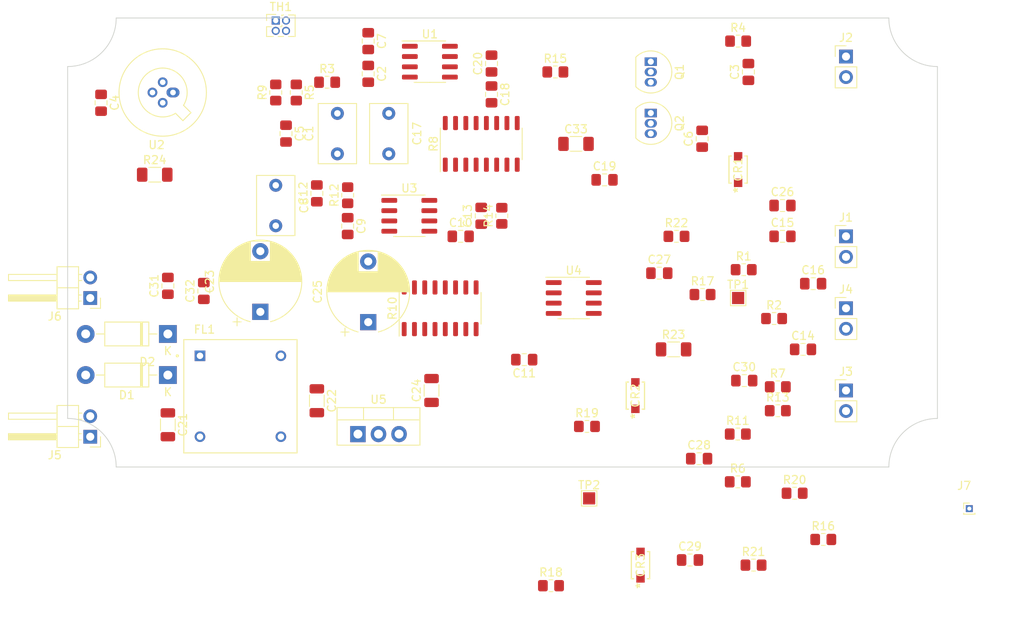
<source format=kicad_pcb>
(kicad_pcb (version 20240108) (generator "pcbnew") (generator_version "8.0")
  (layers (0 "F.Cu" signal) (1 "In1.Cu" mixed) (2 "In2.Cu" mixed) (31 "B.Cu" signal) (34 "B.Paste" user) (35 "F.Paste" user) (36 "B.SilkS" user "B.Silkscreen") (37 "F.SilkS" user "F.Silkscreen") (38 "B.Mask" user) (39 "F.Mask" user) (44 "Edge.Cuts" user))
  (net 0 "")
  (net 1 "Net-(U1A-+)")
  (net 2 "GND")
  (net 3 "Net-(Q1-B)")
  (net 4 "+15V")
  (net 5 "Net-(C5-Pad1)")
  (net 6 "Net-(J1-Pin_2)")
  (net 7 "Net-(C7-Pad1)")
  (net 8 "Net-(U1A--)")
  (net 9 "Net-(U3A-+)")
  (net 10 "Net-(U3B-+)")
  (net 11 "Net-(U4A-+)")
  (net 12 "Net-(C12-Pad2)")
  (net 13 "Net-(U3B--)")
  (net 14 "Net-(C13-Pad2)")
  (net 15 "Net-(J3-Pin_2)")
  (net 16 "Net-(U4B-+)")
  (net 17 "Net-(J4-Pin_2)")
  (net 18 "Net-(U1B-+)")
  (net 19 "Net-(U4B--)")
  (net 20 "Net-(C19-Pad2)")
  (net 21 "Net-(U1B--)")
  (net 22 "Net-(C20-Pad2)")
  (net 23 "Net-(D1-K)")
  (net 24 "Net-(J5-Pin_1)")
  (net 25 "Net-(U5-VI)")
  (net 26 "Net-(J7-Pin_1)")
  (net 27 "Net-(D1-A)")
  (net 28 "Net-(D2-A)")
  (net 29 "Net-(J2-Pin_2)")
  (net 30 "Net-(R1-Pad2)")
  (net 31 "Net-(J2-Pin_1)")
  (net 32 "Net-(R16-Pad1)")
  (net 36 "Net-(R8-Pad10)")
  (net 37 "Net-(R8-Pad12)")
  (net 39 "Net-(R10-Pad15)")
  (net 40 "Net-(R10-Pad4)")
  (net 41 "Net-(R10-Pad6)")
  (net 42 "Net-(R10-Pad10)")
  (net 43 "Net-(R10-Pad11)")
  (net 44 "GND1")
  (net 45 "Net-(Q1-E)")
  (net 46 "Net-(U3A--)")
  (net 47 "Net-(U4A--)")
  (footprint "Resistor_SMD:R_0805_2012Metric_Pad1.20x1.40mm_HandSolder" (layer "F.Cu") (at 98.47 54.18)
    (property "Reference" "R17" (at 0 -1.65 0) (layer "F.SilkS"))
    (property "Value" "0")
    (pad "1" smd roundrect (at -1 0) (size 1.2 1.4) (layers "F.Cu" "F.Paste" "F.Mask") (roundrect_rratio 0.208333) (net 20 "Net-(C19-Pad2)"))
    (pad "2" smd roundrect (at 1 0) (size 1.2 1.4) (layers "F.Cu" "F.Paste" "F.Mask") (roundrect_rratio 0.208333) (net 17 "Net-(J4-Pin_2)"))
  )
  (footprint "TVS:ZDO_TPSMF4L5.0A_LTF" (layer "F.Cu") (at 90.805 87.63 90)
    (property "Reference" "CR3" (at 0 0 90) (layer "F.SilkS"))
    (property "Value" "SZSMF4L8.5AT3G")
    (fp_text user "*" (at -2.54 0 90) (layer "F.SilkS"))
    (fp_text user "*" (at -2.54 0 90) (layer "F.SilkS"))
    (pad "1" smd rect (at -1.6383 0 90) (size 1.0414 1.0414) (layers "F.Cu" "F.Paste" "F.Mask") (net 17 "Net-(J4-Pin_2)"))
    (pad "2" smd rect (at 1.6383 0 90) (size 1.0414 1.0414) (layers "F.Cu" "F.Paste" "F.Mask") (net 44 "GND1"))
  )
  (footprint "Capacitor_SMD:C_0805_2012Metric_Pad1.18x1.45mm_HandSolder" (layer "F.Cu") (at 98.05 74.47)
    (property "Reference" "C28" (at 0 -1.68 0) (layer "F.SilkS"))
    (property "Value" "100n")
    (pad "1" smd roundrect (at -1.0375 0) (size 1.175 1.45) (layers "F.Cu" "F.Paste" "F.Mask") (roundrect_rratio 0.212766) (net 4 "+15V"))
    (pad "2" smd roundrect (at 1.0375 0) (size 1.175 1.45) (layers "F.Cu" "F.Paste" "F.Mask") (roundrect_rratio 0.212766) (net 44 "GND1"))
  )
  (footprint "Connector_PinHeader_2.54mm:PinHeader_1x02_P2.54mm_Vertical" (layer "F.Cu") (at 116.205 46.985)
    (property "Reference" "J1" (at 0 -2.33 0) (layer "F.SilkS"))
    (property "Value" "10V")
    (pad "1" thru_hole rect (at 0 0) (size 1.7 1.7) (drill 1) (layers "*.Cu" "*.Mask") (net 44 "GND1"))
    (pad "2" thru_hole oval (at 0 2.54) (size 1.7 1.7) (drill 1) (layers "*.Cu" "*.Mask") (net 6 "Net-(J1-Pin_2)"))
  )
  (footprint "Capacitor_SMD:C_1206_3216Metric" (layer "F.Cu") (at 32.385 70.28 -90)
    (property "Reference" "C21" (at 0 -1.85 90) (layer "F.SilkS"))
    (property "Value" "C")
    (pad "1" smd roundrect (at -1.475 0 270) (size 1.15 1.8) (layers "F.Cu" "F.Paste" "F.Mask") (roundrect_rratio 0.217391) (net 23 "Net-(D1-K)"))
    (pad "2" smd roundrect (at 1.475 0 270) (size 1.15 1.8) (layers "F.Cu" "F.Paste" "F.Mask") (roundrect_rratio 0.217391) (net 24 "Net-(J5-Pin_1)"))
  )
  (footprint "Capacitor_SMD:C_0805_2012Metric_Pad1.18x1.45mm_HandSolder" (layer "F.Cu") (at 72.39 29.4425 -90)
    (property "Reference" "C18" (at 0 -1.68 90) (layer "F.SilkS"))
    (property "Value" "10n")
    (pad "1" smd roundrect (at -1.0375 0 270) (size 1.175 1.45) (layers "F.Cu" "F.Paste" "F.Mask") (roundrect_rratio 0.212766) (net 18 "Net-(U1B-+)"))
    (pad "2" smd roundrect (at 1.0375 0 270) (size 1.175 1.45) (layers "F.Cu" "F.Paste" "F.Mask") (roundrect_rratio 0.212766) (net 44 "GND1"))
  )
  (footprint "Connector_PinHeader_2.54mm:PinHeader_1x02_P2.54mm_Vertical" (layer "F.Cu") (at 116.205 55.875)
    (property "Reference" "J4" (at 0 -2.33 0) (layer "F.SilkS"))
    (property "Value" "7V")
    (pad "1" thru_hole rect (at 0 0) (size 1.7 1.7) (drill 1) (layers "*.Cu" "*.Mask") (net 44 "GND1"))
    (pad "2" thru_hole oval (at 0 2.54) (size 1.7 1.7) (drill 1) (layers "*.Cu" "*.Mask") (net 17 "Net-(J4-Pin_2)"))
  )
  (footprint "Capacitor_SMD:C_0805_2012Metric_Pad1.18x1.45mm_HandSolder" (layer "F.Cu") (at 110.8925 60.96)
    (property "Reference" "C14" (at 0 -1.68 0) (layer "F.SilkS"))
    (property "Value" "22n")
    (pad "1" smd roundrect (at -1.0375 0) (size 1.175 1.45) (layers "F.Cu" "F.Paste" "F.Mask") (roundrect_rratio 0.212766) (net 15 "Net-(J3-Pin_2)"))
    (pad "2" smd roundrect (at 1.0375 0) (size 1.175 1.45) (layers "F.Cu" "F.Paste" "F.Mask") (roundrect_rratio 0.212766) (net 44 "GND1"))
  )
  (footprint "TestPoint:TestPoint_Pad_1.5x1.5mm" (layer "F.Cu") (at 102.87 54.61)
    (property "Reference" "TP1" (at 0 -1.648 0) (layer "F.SilkS"))
    (property "Value" "~")
    (pad "1" smd rect (at 0 0) (size 1.5 1.5) (layers "F.Cu" "F.Mask") (net 47 "Net-(U4A--)"))
  )
  (footprint "Package_TO_SOT_THT:TO-220-3_Vertical" (layer "F.Cu") (at 55.88 71.43)
    (property "Reference" "U5" (at 2.54 -4.27 0) (layer "F.SilkS"))
    (property "Value" "LM7815_TO220")
    (pad "1" thru_hole rect (at 0 0) (size 1.905 2) (drill 1.1) (layers "*.Cu" "*.Mask") (net 25 "Net-(U5-VI)"))
    (pad "2" thru_hole oval (at 2.54 0) (size 1.905 2) (drill 1.1) (layers "*.Cu" "*.Mask") (net 2 "GND"))
    (pad "3" thru_hole oval (at 5.08 0) (size 1.905 2) (drill 1.1) (layers "*.Cu" "*.Mask") (net 4 "+15V"))
  )
  (footprint "Resistor_SMD:R_0805_2012Metric_Pad1.20x1.40mm_HandSolder" (layer "F.Cu") (at 107.775 68.54)
    (property "Reference" "R13" (at 0 -1.65 0) (layer "F.SilkS"))
    (property "Value" "10")
    (pad "1" smd roundrect (at -1 0) (size 1.2 1.4) (layers "F.Cu" "F.Paste" "F.Mask") (roundrect_rratio 0.208333) (net 47 "Net-(U4A--)"))
    (pad "2" smd roundrect (at 1 0) (size 1.2 1.4) (layers "F.Cu" "F.Paste" "F.Mask") (roundrect_rratio 0.208333) (net 15 "Net-(J3-Pin_2)"))
  )
  (footprint "Capacitor_SMD:C_0805_2012Metric_Pad1.18x1.45mm_HandSolder" (layer "F.Cu") (at 76.4325 62.23 180)
    (property "Reference" "C11" (at 0 -1.68 0) (layer "F.SilkS"))
    (property "Value" "2n2")
    (pad "1" smd roundrect (at -1.0375 0 180) (size 1.175 1.45) (layers "F.Cu" "F.Paste" "F.Mask") (roundrect_rratio 0.212766) (net 11 "Net-(U4A-+)"))
    (pad "2" smd roundrect (at 1.0375 0 180) (size 1.175 1.45) (layers "F.Cu" "F.Paste" "F.Mask") (roundrect_rratio 0.212766) (net 44 "GND1"))
  )
  (footprint "Capacitor_SMD:C_0805_2012Metric_Pad1.18x1.45mm_HandSolder" (layer "F.Cu") (at 112.145 52.84)
    (property "Reference" "C16" (at 0 -1.68 0) (layer "F.SilkS"))
    (property "Value" "22n")
    (pad "1" smd roundrect (at -1.0375 0) (size 1.175 1.45) (layers "F.Cu" "F.Paste" "F.Mask") (roundrect_rratio 0.212766) (net 17 "Net-(J4-Pin_2)"))
    (pad "2" smd roundrect (at 1.0375 0) (size 1.175 1.45) (layers "F.Cu" "F.Paste" "F.Mask") (roundrect_rratio 0.212766) (net 44 "GND1"))
  )
  (footprint "Package_TO_SOT_THT:Analog_TO-46-4_ThermalShield" (layer "F.Cu") (at 33.02 29.21 180)
    (property "Reference" "U2" (at 2.032 -6.477 0) (layer "F.SilkS"))
    (property "Value" "LM399")
    (pad "1" thru_hole oval (at 0 0 180) (size 1.6 1.2) (drill 0.7) (layers "*.Cu" "*.Mask") (net 30 "Net-(R1-Pad2)"))
    (pad "2" thru_hole circle (at 1.27 1.27 180) (size 1.2 1.2) (drill 0.7) (layers "*.Cu" "*.Mask") (net 44 "GND1"))
    (pad "3" thru_hole circle (at 2.54 0 180) (size 1.2 1.2) (drill 0.7) (layers "*.Cu" "*.Mask") (net 4 "+15V"))
    (pad "4" thru_hole circle (at 1.27 -1.27 180) (size 1.2 1.2) (drill 0.7) (layers "*.Cu" "*.Mask") (net 2 "GND"))
  )
  (footprint "Resistor_SMD:R_0805_2012Metric_Pad1.20x1.40mm_HandSolder" (layer "F.Cu") (at 102.87 22.86)
    (property "Reference" "R4" (at 0 -1.65 0) (layer "F.SilkS"))
    (property "Value" "1k")
    (pad "1" smd roundrect (at -1 0) (size 1.2 1.4) (layers "F.Cu" "F.Paste" "F.Mask") (roundrect_rratio 0.208333) (net 7 "Net-(C7-Pad1)"))
    (pad "2" smd roundrect (at 1 0) (size 1.2 1.4) (layers "F.Cu" "F.Paste" "F.Mask") (roundrect_rratio 0.208333) (net 3 "Net-(Q1-B)"))
  )
  (footprint "Capacitor_SMD:C_0805_2012Metric_Pad1.18x1.45mm_HandSolder" (layer "F.Cu") (at 32.385 53.1075 90)
    (property "Reference" "C31" (at 0 -1.68 90) (layer "F.SilkS"))
    (property "Value" "220")
    (pad "1" smd roundrect (at -1.0375 0 90) (size 1.175 1.45) (layers "F.Cu" "F.Paste" "F.Mask") (roundrect_rratio 0.212766) (net 25 "Net-(U5-VI)"))
    (pad "2" smd roundrect (at 1.0375 0 90) (size 1.175 1.45) (layers "F.Cu" "F.Paste" "F.Mask") (roundrect_rratio 0.212766) (net 26 "Net-(J7-Pin_1)"))
  )
  (footprint "Resistor_SMD:R_1206_3216Metric_Pad1.30x1.75mm_HandSolder" (layer "F.Cu") (at 30.76 39.37)
    (property "Reference" "R24" (at 0 -1.82 0) (layer "F.SilkS"))
    (property "Value" "0")
    (pad "1" smd roundrect (at -1.55 0) (size 1.3 1.75) (layers "F.Cu" "F.Paste" "F.Mask") (roundrect_rratio 0.192308) (net 44 "GND1"))
    (pad "2" smd roundrect (at 1.55 0) (size 1.3 1.75) (layers "F.Cu" "F.Paste" "F.Mask") (roundrect_rratio 0.192308) (net 2 "GND"))
  )
  (footprint "Capacitor_SMD:C_1206_3216Metric" (layer "F.Cu") (at 64.975 66.04 90)
    (property "Reference" "C24" (at 0 -1.85 90) (layer "F.SilkS"))
    (property "Value" "C")
    (pad "1" smd roundrect (at -1.475 0 90) (size 1.15 1.8) (layers "F.Cu" "F.Paste" "F.Mask") (roundrect_rratio 0.217391) (net 4 "+15V"))
    (pad "2" smd roundrect (at 1.475 0 90) (size 1.15 1.8) (layers "F.Cu" "F.Paste" "F.Mask") (roundrect_rratio 0.217391) (net 2 "GND"))
  )
  (footprint "Resistor_SMD:R_0805_2012Metric_Pad1.20x1.40mm_HandSolder" (layer "F.Cu") (at 52.07 27.94)
    (property "Reference" "R3" (at 0 -1.65 0) (layer "F.SilkS"))
    (property "Value" "3k3")
    (pad "1" smd roundrect (at -1 0) (size 1.2 1.4) (layers "F.Cu" "F.Paste" "F.Mask") (roundrect_rratio 0.208333) (net 30 "Net-(R1-Pad2)"))
    (pad "2" smd roundrect (at 1 0) (size 1.2 1.4) (layers "F.Cu" "F.Paste" "F.Mask") (roundrect_rratio 0.208333) (net 1 "Net-(U1A-+)"))
  )
  (footprint "Package_SO:SOIC-8_3.9x4.9mm_P1.27mm" (layer "F.Cu") (at 82.55 54.61)
    (property "Reference" "U4" (at 0 -3.4 0) (layer "F.SilkS"))
    (property "Value" "OPA2209xD")
    (pad "1" smd roundrect (at -2.475 -1.905) (size 1.95 0.6) (layers "F.Cu" "F.Paste" "F.Mask") (net 47 "Net-(U4A--)"))
    (pad "2" smd roundrect (at -2.475 -0.635) (size 1.95 0.6) (layers "F.Cu" "F.Paste" "F.Mask") (net 47 "Net-(U4A--)"))
    (pad "3" smd roundrect (at -2.475 0.635) (size 1.95 0.6) (layers "F.Cu" "F.Paste" "F.Mask") (net 11 "Net-(U4A-+)"))
    (pad "4" smd roundrect (at -2.475 1.905) (size 1.95 0.6) (layers "F.Cu" "F.Paste" "F.Mask") (net 44 "GND1"))
    (pad "5" smd roundrect (at 2.475 1.905) (size 1.95 0.6) (layers "F.Cu" "F.Paste" "F.Mask") (net 16 "Net-(U4B-+)"))
    (pad "6" smd roundrect (at 2.475 0.635) (size 1.95 0.6) (layers "F.Cu" "F.Paste" "F.Mask") (net 19 "Net-(U4B--)"))
    (pad "7" smd roundrect (at 2.475 -0.635) (size 1.95 0.6) (layers "F.Cu" "F.Paste" "F.Mask") (net 32 "Net-(R16-Pad1)"))
    (pad "8" smd roundrect (at 2.475 -1.905) (size 1.95 0.6) (layers "F.Cu" "F.Paste" "F.Mask") (net 4 "+15V"))
  )
  (footprint "Connector_PinHeader_1.27mm:PinHeader_2x02_P1.27mm_Vertical" (layer "F.Cu") (at 45.72 20.32)
    (property "Reference" "TH1" (at 0.635 -1.695 0) (layer "F.SilkS"))
    (property "Value" "PT1000")
    (pad "1" thru_hole rect (at 0 0) (size 1 1) (drill 0.65) (layers "*.Cu" "*.Mask") (net 29 "Net-(J2-Pin_2)"))
    (pad "2" thru_hole oval (at 1.27 0) (size 1 1) (drill 0.65) (layers "*.Cu" "*.Mask") (net 29 "Net-(J2-Pin_2)"))
    (pad "3" thru_hole oval (at 0 1.27) (size 1 1) (drill 0.65) (layers "*.Cu" "*.Mask") (net 31 "Net-(J2-Pin_1)"))
    (pad "4" thru_hole oval (at 1.27 1.27) (size 1 1) (drill 0.65) (layers "*.Cu" "*.Mask") (net 31 "Net-(J2-Pin_1)"))
  )
  (footprint "Resistor_SMD:R_0805_2012Metric_Pad1.20x1.40mm_HandSolder" (layer "F.Cu") (at 73.66 44.45 90)
    (property "Reference" "R14" (at 0 -1.65 90) (layer "F.SilkS"))
    (property "Value" "22k")
    (pad "1" smd roundrect (at -1 0 90) (size 1.2 1.4) (layers "F.Cu" "F.Paste" "F.Mask") (roundrect_rratio 0.208333) (net 13 "Net-(U3B--)"))
    (pad "2" smd roundrect (at 1 0 90) (size 1.2 1.4) (layers "F.Cu" "F.Paste" "F.Mask") (roundrect_rratio 0.208333) (net 47 "Net-(U4A--)"))
  )
  (footprint "Capacitor_SMD:C_0805_2012Metric_Pad1.18x1.45mm_HandSolder" (layer "F.Cu") (at 96.9225 86.995)
    (property "Reference" "C29" (at 0 -1.68 0) (layer "F.SilkS"))
    (property "Value" "100n")
    (pad "1" smd roundrect (at -1.0375 0) (size 1.175 1.45) (layers "F.Cu" "F.Paste" "F.Mask") (roundrect_rratio 0.212766) (net 4 "+15V"))
    (pad "2" smd roundrect (at 1.0375 0) (size 1.175 1.45) (layers "F.Cu" "F.Paste" "F.Mask") (roundrect_rratio 0.212766) (net 44 "GND1"))
  )
  (footprint "Resistor_SMD:R_0805_2012Metric_Pad1.20x1.40mm_HandSolder" (layer "F.Cu") (at 103.56 51.11)
    (property "Reference" "R1" (at 0 -1.65 0) (layer "F.SilkS"))
    (property "Value" "100K")
    (pad "1" smd roundrect (at -1 0) (size 1.2 1.4) (layers "F.Cu" "F.Paste" "F.Mask") (roundrect_rratio 0.208333) (net 4 "+15V"))
    (pad "2" smd roundrect (at 1 0) (size 1.2 1.4) (layers "F.Cu" "F.Paste" "F.Mask") (roundrect_rratio 0.208333) (net 30 "Net-(R1-Pad2)"))
  )
  (footprint "Resistor_SMD:R_0805_2012Metric_Pad1.20x1.40mm_HandSolder" (layer "F.Cu") (at 102.83 77.33)
    (property "Reference" "R6" (at 0 -1.65 0) (layer "F.SilkS"))
    (property "Value" "22")
    (pad "1" smd roundrect (at -1 0) (size 1.2 1.4) (layers "F.Cu" "F.Paste" "F.Mask") (roundrect_rratio 0.208333) (net 45 "Net-(Q1-E)"))
    (pad "2" smd roundrect (at 1 0) (size 1.2 1.4) (layers "F.Cu" "F.Paste" "F.Mask") (roundrect_rratio 0.208333) (net 6 "Net-(J1-Pin_2)"))
  )
  (footprint "Capacitor_THT:CP_Radial_D10.0mm_P7.50mm" (layer "F.Cu") (at 43.815 56.322677 90)
    (property "Reference" "C23" (at 3.75 -6.25 90) (layer "F.SilkS"))
    (property "Value" "220.0")
    (pad "1" thru_hole rect (at 0 0 90) (size 2 2) (drill 1) (layers "*.Cu" "*.Mask") (net 25 "Net-(U5-VI)"))
    (pad "2" thru_hole circle (at 7.5 0 90) (size 2 2) (drill 1) (layers "*.Cu" "*.Mask") (net 2 "GND"))
  )
  (footprint "Package_SO:SOIC-8_3.9x4.9mm_P1.27mm" (layer "F.Cu") (at 62.23 44.45)
    (property "Reference" "U3" (at 0 -3.4 0) (layer "F.SilkS"))
    (property "Value" "OPA2186xD")
    (pad "1" smd roundrect (at -2.475 -1.905) (size 1.95 0.6) (layers "F.Cu" "F.Paste" "F.Mask") (net 12 "Net-(C12-Pad2)"))
    (pad "2" smd roundrect (at -2.475 -0.635) (size 1.95 0.6) (layers "F.Cu" "F.Paste" "F.Mask") (net 46 "Net-(U3A--)"))
    (pad "3" smd roundrect (at -2.475 0.635) (size 1.95 0.6) (layers "F.Cu" "F.Paste" "F.Mask") (net 9 "Net-(U3A-+)"))
    (pad "4" smd roundrect (at -2.475 1.905) (size 1.95 0.6) (layers "F.Cu" "F.Paste" "F.Mask") (net 44 "GND1"))
    (pad "5" smd roundrect (at 2.475 1.905) (size 1.95 0.6) (layers "F.Cu" "F.Paste" "F.Mask") (net 10 "Net-(U3B-+)"))
    (pad "6" smd roundrect (at 2.475 0.635) (size 1.95 0.6) (layers "F.Cu" "F.Paste" "F.Mask") (net 13 "Net-(U3B--)"))
    (pad "7" smd roundrect (at 2.475 -0.635) (size 1.95 0.6) (layers "F.Cu" "F.Paste" "F.Mask") (net 14 "Net-(C13-Pad2)"))
    (pad "8" smd roundrect (at 2.475 -1.905) (size 1.95 0.6) (layers "F.Cu" "F.Paste" "F.Mask") (net 4 "+15V"))
  )
  (footprint "Resistor_SMD:R_0805_2012Metric_Pad1.20x1.40mm_HandSolder" (layer "F.Cu") (at 80.28 26.67)
    (property "Reference" "R15" (at 0 -1.65 0) (layer "F.SilkS"))
    (property "Value" "1k")
    (pad "1" smd roundrect (at -1 0) (size 1.2 1.4) (layers "F.Cu" "F.Paste" "F.Mask") (roundrect_rratio 0.208333) (net 22 "Net-(C20-Pad2)"))
    (pad "2" smd roundrect (at 1 0) (size 1.2 1.4) (layers "F.Cu" "F.Paste" "F.Mask") (roundrect_rratio 0.208333) (net 16 "Net-(U4B-+)"))
  )
  (footprint "Connector_PinHeader_2.54mm:PinHeader_1x02_P2.54mm_Horizontal" (layer "F.Cu") (at 22.79 54.615 180)
    (property "Reference" "J6" (at 4.385 -2.27 0) (layer "F.SilkS"))
    (property "Value" "Conn_01x02_Male")
    (pad "1" thru_hole rect (at 0 0 180) (size 1.7 1.7) (drill 1) (layers "*.Cu" "*.Mask") (net 24 "Net-(J5-Pin_1)"))
    (pad "2" thru_hole oval (at 0 2.54 180) (size 1.7 1.7) (drill 1) (layers "*.Cu" "*.Mask") (net 28 "Net-(D2-A)"))
  )
  (footprint "Resistor_SMD:R_0805_2012Metric_Pad1.20x1.40mm_HandSolder" (layer "F.Cu") (at 102.83 71.43)
    (property "Reference" "R11" (at 0 -1.65 0) (layer "F.SilkS"))
    (property "Value" "470")
    (pad "1" smd roundrect (at -1 0) (size 1.2 1.4) (layers "F.Cu" "F.Paste" "F.Mask") (roundrect_rratio 0.208333) (net 14 "Net-(C13-Pad2)"))
    (pad "2" smd roundrect (at 1 0) (size 1.2 1.4) (layers "F.Cu" "F.Paste" "F.Mask") (roundrect_rratio 0.208333) (net 11 "Net-(U4A-+)"))
  )
  (footprint "Capacitor_THT:CP_Radial_D10.0mm_P7.50mm" (layer "F.Cu") (at 57.15 57.592677 90)
    (property "Reference" "C25" (at 3.75 -6.25 90) (layer "F.SilkS"))
    (property "Value" "C")
    (pad "1" thru_hole rect (at 0 0 90) (size 2 2) (drill 1) (layers "*.Cu" "*.Mask") (net 4 "+15V"))
    (pad "2" thru_hole circle (at 7.5 0 90) (size 2 2) (drill 1) (layers "*.Cu" "*.Mask") (net 2 "GND"))
  )
  (footprint "Resistor_SMD:R_0805_2012Metric_Pad1.20x1.40mm_HandSolder" (layer "F.Cu") (at 48.26 29.21 -90)
    (property "Reference" "R5" (at 0 -1.65 90) (layer "F.SilkS"))
    (property "Value" "3")
    (pad "1" smd roundrect (at -1 0 270) (size 1.2 1.4) (layers "F.Cu" "F.Paste" "F.Mask") (roundrect_rratio 0.208333) (net 30 "Net-(R1-Pad2)"))
    (pad "2" smd roundrect (at 1 0 270) (size 1.2 1.4) (layers "F.Cu" "F.Paste" "F.Mask") (roundrect_rratio 0.208333) (net 5 "Net-(C5-Pad1)"))
  )
  (footprint "Capacitor_SMD:C_0805_2012Metric_Pad1.18x1.45mm_HandSolder" (layer "F.Cu") (at 57.15 26.9025 -90)
    (property "Reference" "C2" (at 0 -1.68 90) (layer "F.SilkS"))
    (property "Value" "10n")
    (pad "1" smd roundrect (at -1.0375 0 270) (size 1.175 1.45) (layers "F.Cu" "F.Paste" "F.Mask") (roundrect_rratio 0.212766) (net 1 "Net-(U1A-+)"))
    (pad "2" smd roundrect (at 1.0375 0 270) (size 1.175 1.45) (layers "F.Cu" "F.Paste" "F.Mask") (roundrect_rratio 0.212766) (net 44 "GND1"))
  )
  (footprint "Capacitor_SMD:C_0805_2012Metric_Pad1.18x1.45mm_HandSolder" (layer "F.Cu") (at 57.15 22.86 -90)
    (property "Reference" "C7" (at 0 -1.68 90) (layer "F.SilkS"))
    (property "Value" "10n")
    (pad "1" smd roundrect (at -1.0375 0 270) (size 1.175 1.45) (layers "F.Cu" "F.Paste" "F.Mask") (roundrect_rratio 0.212766) (net 7 "Net-(C7-Pad1)"))
    (pad "2" smd roundrect (at 1.0375 0 270) (size 1.175 1.45) (layers "F.Cu" "F.Paste" "F.Mask") (roundrect_rratio 0.212766) (net 8 "Net-(U1A--)"))
  )
  (footprint "Capacitor_THT:C_Rect_L7.2mm_W4.5mm_P5.00mm_FKS2_FKP2_MKS2_MKP2" (layer "F.Cu") (at 53.34 36.79 90)
    (property "Reference" "C1" (at 2.5 -3.5 90) (layer "F.SilkS"))
    (property "Value" "1.0")
    (pad "1" thru_hole circle (at 0 0 90) (size 1.6 1.6) (drill 0.8) (layers "*.Cu" "*.Mask") (net 44 "GND1"))
    (pad "2" thru_hole circle (at 5 0 90) (size 1.6 1.6) (drill 0.8) (layers "*.Cu" "*.Mask") (net 1 "Net-(U1A-+)"))
  )
  (footprint "Resistor_SMD:R_0805_2012Metric_Pad1.20x1.40mm_HandSolder" (layer "F.Cu") (at 109.855 78.74)
    (property "Reference" "R20" (at 0 -1.65 0) (layer "F.SilkS"))
    (property "Value" "10k")
    (pad "1" smd roundrect (at -1 0) (size 1.2 1.4) (layers "F.Cu" "F.Paste" "F.Mask") (roundrect_rratio 0.208333) (net 19 "Net-(U4B--)"))
    (pad "2" smd roundrect (at 1 0) (size 1.2 1.4) (layers "F.Cu" "F.Paste" "F.Mask") (roundrect_rratio 0.208333) (net 20 "Net-(C19-Pad2)"))
  )
  (footprint "Capacitor_SMD:C_0805_2012Metric_Pad1.18x1.45mm_HandSolder" (layer "F.Cu") (at 36.83 53.7425 90)
    (property "Reference" "C32" (at 0 -1.68 90) (layer "F.SilkS"))
    (property "Value" "220")
    (pad "1" smd roundrect (at -1.0375 0 90) (size 1.175 1.45) (layers "F.Cu" "F.Paste" "F.Mask") (roundrect_rratio 0.212766) (net 2 "GND"))
    (pad "2" smd roundrect (at 1.0375 0 90) (size 1.175 1.45) (layers "F.Cu" "F.Paste" "F.Mask") (roundrect_rratio 0.212766) (net 26 "Net-(J7-Pin_1)"))
  )
  (footprint "Resistor_SMD:R_0805_2012Metric_Pad1.20x1.40mm_HandSolder" (layer "F.Cu") (at 107.775 65.59)
    (property "Reference" "R7" (at 0 -1.65 0) (layer "F.SilkS"))
    (property "Value" "22k")
    (pad "1" smd roundrect (at -1 0) (size 1.2 1.4) (layers "F.Cu" "F.Paste" "F.Mask") (roundrect_rratio 0.208333) (net 6 "Net-(J1-Pin_2)"))
    (pad "2" smd roundrect (at 1 0) (size 1.2 1.4) (layers "F.Cu" "F.Paste" "F.Mask") (roundrect_rratio 0.208333) (net 44 "GND1"))
  )
  (footprint "Capacitor_SMD:C_1206_3216Metric" (layer "F.Cu") (at 50.8 67.31 -90)
    (property "Reference" "C22" (at 0 -1.85 90) (layer "F.SilkS"))
    (property "Value" "C")
    (pad "1" smd roundrect (at -1.475 0 270) (size 1.15 1.8) (layers "F.Cu" "F.Paste" "F.Mask") (roundrect_rratio 0.217391) (net 25 "Net-(U5-VI)"))
    (pad "2" smd roundrect (at 1.475 0 270) (size 1.15 1.8) (layers "F.Cu" "F.Paste" "F.Mask") (roundrect_rratio 0.217391) (net 2 "GND"))
  )
  (footprint "Resistor_SMD:R_0805_2012Metric_Pad1.20x1.40mm_HandSolder" (layer "F.Cu") (at 79.74 90.17)
    (property "Reference" "R18" (at 0 -1.65 0) (layer "F.SilkS"))
    (property "Value" "3k3")
    (pad "1" smd roundrect (at -1 0) (size 1.2 1.4) (layers "F.Cu" "F.Paste" "F.Mask") (roundrect_rratio 0.208333) (net 30 "Net-(R1-Pad2)"))
    (pad "2" smd roundrect (at 1 0) (size 1.2 1.4) (layers "F.Cu" "F.Paste" "F.Mask") (roundrect_rratio 0.208333) (net 18 "Net-(U1B-+)"))
  )
  (footprint "Capacitor_SMD:C_0805_2012Metric_Pad1.18x1.45mm_HandSolder" (layer "F.Cu") (at 71.12 44.45 90)
    (property "Reference" "C13" (at 0 -1.68 90) (layer "F.SilkS"))
    (property "Value" "10n")
    (pad "1" smd roundrect (at -1.0375 0 90) (size 1.175 1.45) (layers "F.Cu" "F.Paste" "F.Mask") (roundrect_rratio 0.212766) (net 13 "Net-(U3B--)"))
    (pad "2" smd roundrect (at 1.0375 0 90) (size 1.175 1.45) (layers "F.Cu" "F.Paste" "F.Mask") (roundrect_rratio 0.212766) (net 14 "Net-(C13-Pad2)"))
  )
  (footprint "Capacitor_SMD:C_0805_2012Metric_Pad1.18x1.45mm_HandSolder" (layer "F.Cu") (at 108.3525 43.18)
    (property "Reference" "C26" (at 0 -1.68 0) (layer "F.SilkS"))
    (property "Value" "100n")
    (pad "1" smd roundrect (at -1.0375 0) (size 1.175 1.45) (layers "F.Cu" "F.Paste" "F.Mask") (roundrect_rratio 0.212766) (net 4 "+15V"))
    (pad "2" smd roundrect (at 1.0375 0) (size 1.175 1.45) (layers "F.Cu" "F.Paste" "F.Mask") (roundrect_rratio 0.212766) (net 44 "GND1"))
  )
  (footprint "TVS:ZDO_TPSMF4L5.0A_LTF" (layer "F.Cu") (at 102.87 38.735 90)
    (property "Reference" "CR1" (at 0 0 90) (layer "F.SilkS"))
    (property "Value" "SZSMF4L12AT3G")
    (fp_text user "*" (at -2.54 0 90) (layer "F.SilkS"))
    (fp_text user "*" (at -2.54 0 90) (layer "F.SilkS"))
    (pad "1" smd rect (at -1.6383 0 90) (size 1.0414 1.0414) (layers "F.Cu" "F.Paste" "F.Mask") (net 6 "Net-(J1-Pin_2)"))
    (pad "2" smd rect (at 1.6383 0 90) (size 1.0414 1.0414) (layers "F.Cu" "F.Paste" "F.Mask") (net 44 "GND1"))
  )
  (footprint "Capacitor_SMD:C_0805_2012Metric_Pad1.18x1.45mm_HandSolder" (layer "F.Cu") (at 72.39 25.6325 90)
    (property "Reference" "C20" (at 0 -1.68 90) (layer "F.SilkS"))
    (property "Value" "22n")
    (pad "1" smd roundrect (at -1.0375 0 90) (size 1.175 1.45) (layers "F.Cu" "F.Paste" "F.Mask") (roundrect_rratio 0.212766) (net 21 "Net-(U1B--)"))
    (pad "2" smd roundrect (at 1.0375 0 90) (size 1.175 1.45) (layers "F.Cu" "F.Paste" "F.Mask") (roundrect_rratio 0.212766) (net 22 "Net-(C20-Pad2)"))
  )
  (footprint "Capacitor_SMD:C_0805_2012Metric_Pad1.18x1.45mm_HandSolder" (layer "F.Cu") (at 46.99 34.29 -90)
    (property "Reference" "C5" (at 0 -1.68 90) (layer "F.SilkS"))
    (property "Value" "220n")
    (pad "1" smd roundrect (at -1.0375 0 270) (size 1.175 1.45) (layers "F.Cu" "F.Paste" "F.Mask") (roundrect_rratio 0.212766) (net 5 "Net-(C5-Pad1)"))
    (pad "2" smd roundrect (at 1.0375 0 270) (size 1.175 1.45) (layers "F.Cu" "F.Paste" "F.Mask") (roundrect_rratio 0.212766) (net 44 "GND1"))
  )
  (footprint "Package_TO_SOT_THT:TO-92_Inline" (layer "F.Cu") (at 92.075 25.4 -90)
    (property "Reference" "Q1" (at 1.27 -3.56 90) (layer "F.SilkS"))
    (property "Value" "BC547")
    (pad "1" thru_hole rect (at 0 0 270) (size 1.05 1.5) (drill 0.75) (layers "*.Cu" "*.Mask") (net 4 "+15V"))
    (pad "2" thru_hole oval (at 1.27 0 270) (size 1.05 1.5) (drill 0.75) (layers "*.Cu" "*.Mask") (net 3 "Net-(Q1-B)"))
    (pad "3" thru_hole oval (at 2.54 0 270) (size 1.05 1.5) (drill 0.75) (layers "*.Cu" "*.Mask") (net 45 "Net-(Q1-E)"))
  )
  (footprint "RN102_2_02_1M1:FIL_RN102-2-02-1M1" (layer "F.Cu") (at 41.355 66.755)
    (property "Reference" "FL1" (at -4.445 -8.255 0) (layer "F.SilkS"))
    (property "Value" "Filter_EMI_CommonMode")
    (pad "1" thru_hole rect (at -5 -5) (size 1.308 1.308) (drill 0.8) (layers "*.Cu" "*.Mask") (net 23 "Net-(D1-K)"))
    (pad "2" thru_hole circle (at 5 -5) (size 1.308 1.308) (drill 0.8) (layers "*.Cu" "*.Mask") (net 25 "Net-(U5-VI)"))
    (pad "3" thru_hole circle (at -5 5) (size 1.308 1.308) (drill 0.8) (layers "*.Cu" "*.Mask") (net 24 "Net-(J5-Pin_1)"))
    (pad "4" thru_hole circle (at 5 5) (size 1.308 1.308) (drill 0.8) (layers "*.Cu" "*.Mask") (net 2 "GND"))
  )
  (footprint "Capacitor_THT:C_Rect_L7.2mm_W4.5mm_P5.00mm_FKS2_FKP2_MKS2_MKP2" (layer "F.Cu") (at 45.72 40.68 -90)
    (property "Reference" "C8" (at 2.5 -3.5 90) (layer "F.SilkS"))
    (property "Value" "1.0")
    (pad "1" thru_hole circle (at 0 0 270) (size 1.6 1.6) (drill 0.8) (layers "*.Cu" "*.Mask") (net 9 "Net-(U3A-+)"))
    (pad "2" thru_hole circle (at 5 0 270) (size 1.6 1.6) (drill 0.8) (layers "*.Cu" "*.Mask") (net 44 "GND1"))
  )
  (footprint "Capacitor_THT:C_Rect_L7.2mm_W4.5mm_P5.00mm_FKS2_FKP2_MKS2_MKP2" (layer "F.Cu") (at 59.69 31.79 -90)
    (property "Reference" "C17" (at 2.5 -3.5 90) (layer "F.SilkS"))
    (property "Value" "1.0")
    (pad "1" thru_hole circle (at 0 0 270) (size 1.6 1.6) (drill 0.8) (layers "*.Cu" "*.Mask") (net 44 "GND1"))
    (pad "2" thru_hole circle (at 5 0 270) (size 1.6 1.6) (drill 0.8) (layers "*.Cu" "*.Mask") (net 18 "Net-(U1B-+)"))
  )
  (footprint "Capacitor_SMD:C_0805_2012Metric_Pad1.18x1.45mm_HandSolder" (layer "F.Cu") (at 104.14 26.67 90)
    (property "Reference" "C3" (at 0 -1.68 90) (layer "F.SilkS"))
    (property "Value" "2n2")
    (pad "1" smd roundrect (at -1.0375 0 90) (size 1.175 1.45) (layers "F.Cu" "F.Paste" "F.Mask") (roundrect_rratio 0.212766) (net 3 "Net-(Q1-B)"))
    (pad "2" smd roundrect (at 1.0375 0 90) (size 1.175 1.45) (layers "F.Cu" "F.Paste" "F.Mask") (roundrect_rratio 0.212766) (net 44 "GND1"))
  )
  (footprint "Resistor_SMD:R_0805_2012Metric_Pad1.20x1.40mm_HandSolder" (layer "F.Cu") (at 107.315 57.15)
    (property "Reference" "R2" (at 0 -1.65 0) (layer "F.SilkS"))
    (property "Value" "2k7")
    (pad "1" smd roundrect (at -1 0) (size 1.2 1.4) (layers "F.Cu" "F.Paste" "F.Mask") (roundrect_rratio 0.208333) (net 30 "Net-(R1-Pad2)"))
    (pad "2" smd roundrect (at 1 0) (size 1.2 1.4) (layers "F.Cu" "F.Paste" "F.Mask") (roundrect_rratio 0.208333) (net 6 "Net-(J1-Pin_2)"))
  )
  (footprint "Capacitor_SMD:C_0805_2012Metric_Pad1.18x1.45mm_HandSolder" (layer "F.Cu") (at 50.8 41.6775 90)
    (property "Reference" "C12" (at 0 -1.68 90) (layer "F.SilkS"))
    (property "Value" "100")
    (pad "1" smd roundrect (at -1.0375 0 90) (size 1.175 1.45) (layers "F.Cu" "F.Paste" "F.Mask") (roundrect_rratio 0.212766) (net 44 "GND1"))
    (pad "2" smd roundrect (at 1.0375 0 90) (size 1.175 1.45) (layers "F.Cu" "F.Paste" "F.Mask") (roundrect_rratio 0.212766) (net 12 "Net-(C12-Pad2)"))
  )
  (footprint "Resistor_SMD:R_0805_2012Metric_Pad1.20x1.40mm_HandSolder" (layer "F.Cu") (at 113.395 84.455)
    (property "Reference" "R16" (at 0 -1.65 0) (layer "F.SilkS"))
    (property "Value" "10")
    (pad "1" smd roundrect (at -1 0) (size 1.2 1.4) (layers "F.Cu" "F.Paste" "F.Mask") (roundrect_rratio 0.208333) (net 32 "Net-(R16-Pad1)"))
    (pad "2" smd roundrect (at 1 0) (size 1.2 1.4) (layers "F.Cu" "F.Paste" "F.Mask") (roundrect_rratio 0.208333) (net 20 "Net-(C19-Pad2)"))
  )
  (footprint "TVS:ZDO_TPSMF4L5.0A_LTF" (layer "F.Cu") (at 90.17 66.675 90)
    (property "Reference" "CR2" (at 0 0 90) (layer "F.SilkS"))
    (property "Value" "SZSMF4L6.5AT3G")
    (fp_text user "*" (at -2.54 0 90) (layer "F.SilkS"))
    (fp_text user "*" (at -2.54 0 90) (layer "F.SilkS"))
    (pad "1" smd rect (at -1.6383 0 90) (size 1.0414 1.0414) (layers "F.Cu" "F.Paste" "F.Mask") (net 15 "Net-(J3-Pin_2)"))
    (pad "2" smd rect (at 1.6383 0 90) (size 1.0414 1.0414) (layers "F.Cu" "F.Paste" "F.Mask") (net 44 "GND1"))
  )
  (footprint "TestPoint:TestPoint_Pad_1.5x1.5mm" (layer "F.Cu") (at 84.455 79.375)
    (property "Reference" "TP2" (at 0 -1.648 0) (layer "F.SilkS"))
    (property "Value" "~")
    (pad "1" smd rect (at 0 0) (size 1.5 1.5) (layers "F.Cu" "F.Mask") (net 20 "Net-(C19-Pad2)"))
  )
  (footprint "Resistor_SMD:R_0805_2012Metric_Pad1.20x1.40mm_HandSolder" (layer "F.Cu") (at 45.72 29.21 90)
    (property "Reference" "R9" (at 0 -1.65 90) (layer "F.SilkS"))
    (property "Value" "10k")
    (pad "1" smd roundrect (at -1 0 90) (size 1.2 1.4) (layers "F.Cu" "F.Paste" "F.Mask") (roundrect_rratio 0.208333) (net 30 "Net-(R1-Pad2)"))
    (pad "2" smd roundrect (at 1 0 90) (size 1.2 1.4) (layers "F.Cu" "F.Paste" "F.Mask") (roundrect_rratio 0.208333) (net 9 "Net-(U3A-+)"))
  )
  (footprint "Resistor_SMD:R_0805_2012Metric_Pad1.20x1.40mm_HandSolder" (layer "F.Cu") (at 104.775 87.63)
    (property "Reference" "R21" (at 0 -1.65 0) (layer "F.SilkS"))
    (property "Value" "22k")
    (pad "1" smd roundrect (at -1 0) (size 1.2 1.4) (layers "F.Cu" "F.Paste" "F.Mask") (roundrect_rratio 0.208333) (net 19 "Net-(U4B--)"))
    (pad "2" smd roundrect (at 1 0) (size 1.2 1.4) (layers "F.Cu" "F.Paste" "F.Mask") (roundrect_rratio 0.208333) (net 44 "GND1"))
  )
  (footprint "Capacitor_SMD:C_0805_2012Metric_Pad1.18x1.45mm_HandSolder" (layer "F.Cu") (at 93.13 51.54)
    (property "Reference" "C27" (at 0 -1.68 0) (layer "F.SilkS"))
    (property "Value" "100n")
    (pad "1" smd roundrect (at -1.0375 0) (size 1.175 1.45) (layers "F.Cu" "F.Paste" "F.Mask") (roundrect_rratio 0.212766) (net 4 "+15V"))
    (pad "2" smd roundrect (at 1.0375 0) (size 1.175 1.45) (layers "F.Cu" "F.Paste" "F.Mask") (roundrect_rratio 0.212766) (net 44 "GND1"))
  )
  (footprint "Package_SO:SO-16_3.9x9.9mm_P1.27mm" (layer "F.Cu") (at 66.04 55.88 90)
    (property "Reference" "R10" (at 0 -5.9 90) (layer "F.SilkS"))
    (property "Value" "NOMCT16031002AT1")
    (pad "1" smd roundrect (at -2.575 -4.445 90) (size 1.75 0.6) (layers "F.Cu" "F.Paste" "F.Mask") (net 12 "Net-(C12-Pad2)"))
    (pad "2" smd roundrect (at -2.575 -3.175 90) (size 1.75 0.6) (layers "F.Cu" "F.Paste" "F.Mask") (net 12 "Net-(C12-Pad2)"))
    (pad "3" smd roundrect (at -2.575 -1.905 90) (size 1.75 0.6) (layers "F.Cu" "F.Paste" "F.Mask") (net 39 "Net-(R10-Pad15)"))
    (pad "4" smd roundrect (at -2.575 -0.635 90) (size 1.75 0.6) (layers "F.Cu" "F.Paste" "F.Mask") (net 40 "Net-(R10-Pad4)"))
    (pad "5" smd roundrect (at -2.575 0.635 90) (size 1.75 0.6) (layers "F.Cu" "F.Paste" "F.Mask") (net 40 "Net-(R10-Pad4)"))
    (pad "6" smd roundrect (at -2.575 1.905 90) (size 1.75 0.6) (layers "F.Cu" "F.Paste" "F.Mask") (net 41 "Net-(R10-Pad6)"))
    (pad "7" smd roundrect (at -2.575 3.175 90) (size 1.75 0.6) (layers "F.Cu" "F.Paste" "F.Mask") (net 41 "Net-(R10-Pad6)"))
    (pad "8" smd roundrect (at -2.575 4.445 90) (size 1.75 0.6) (layers "F.Cu" "F.Paste" "F.Mask") (net 44 "GND1"))
    (pad "9" smd roundrect (at 2.575 4.445 90) (size 1.75 0.6) (layers "F.Cu" "F.Paste" "F.Mask") (net 42 "Net-(R10-Pad10)"))
    (pad "10" smd roundrect (at 2.575 3.175 90) (size 1.75 0.6) (layers "F.Cu" "F.Paste" "F.Mask") (net 42 "Net-(R10-Pad10)"))
    (pad "11" smd roundrect (at 2.575 1.905 90) (size 1.75 0.6) (layers "F.Cu" "F.Paste" "F.Mask") (net 43 "Net-(R10-Pad11)"))
    (pad "12" smd roundrect (at 2.575 0.635 90) (size 1.75 0.6) (layers "F.Cu" "F.Paste" "F.Mask") (net 43 "Net-(R10-Pad11)"))
    (pad "13" smd roundrect (at 2.575 -0.635 90) (size 1.75 0.6) (layers "F.Cu" "F.Paste" "F.Mask") (net 10 "Net-(U3B-+)"))
    (pad "14" smd roundrect (at 2.575 -1.905 90) (size 1.75 0.6) (layers "F.Cu" "F.Paste" "F.Mask") (net 10 "Net-(U3B-+)"))
    (pad "15" smd roundrect (at 2.575 -3.175 90) (size 1.75 0.6) (layers "F.Cu" "F.Paste" "F.Mask") (net 39 "Net-(R10-Pad15)"))
    (pad "16" smd roundrect (at 2.575 -4.445 90) (size 1.75 0.6) (layers "F.Cu" "F.Paste" "F.Mask") (net 39 "Net-(R10-Pad15)"))
  )
  (footprint "Resistor_SMD:R_0805_2012Metric_Pad1.20x1.40mm_HandSolder" (layer "F.Cu") (at 54.61 41.91 90)
    (property "Reference" "R12" (at 0 -1.65 90) (layer "F.SilkS"))
    (property "Value" "10k")
    (pad "1" smd roundrect (at -1 0 90) (size 1.2 1.4) (layers "F.Cu" "F.Paste" "F.Mask") (roundrect_rratio 0.208333) (net 46 "Net-(U3A--)"))
    (pad "2" smd roundrect (at 1 0 90) (size 1.2 1.4) (layers "F.Cu" "F.Paste" "F.Mask") (roundrect_rratio 0.208333) (net 12 "Net-(C12-Pad2)"))
  )
  (footprint "Capacitor_SMD:C_0805_2012Metric_Pad1.18x1.45mm_HandSolder" (layer "F.Cu") (at 68.58 46.99)
    (property "Reference" "C10" (at 0 -1.68 0) (layer "F.SilkS"))
    (property "Value" "10n")
    (pad "1" smd roundrect (at -1.0375 0) (size 1.175 1.45) (layers "F.Cu" "F.Paste" "F.Mask") (roundrect_rratio 0.212766) (net 10 "Net-(U3B-+)"))
    (pad "2" smd roundrect (at 1.0375 0) (size 1.175 1.45) (layers "F.Cu" "F.Paste" "F.Mask") (roundrect_rratio 0.212766) (net 44 "GND1"))
  )
  (footprint "Connector_PinHeader_2.54mm:PinHeader_1x02_P2.54mm_Vertical" (layer "F.Cu") (at 116.205 24.765)
    (property "Reference" "J2" (at 0 -2.33 0) (layer "F.SilkS"))
    (property "Value" "PT100")
    (pad "1" thru_hole rect (at 0 0) (size 1.7 1.7) (drill 1) (layers "*.Cu" "*.Mask") (net 31 "Net-(J2-Pin_1)"))
    (pad "2" thru_hole oval (at 0 2.54) (size 1.7 1.7) (drill 1) (layers "*.Cu" "*.Mask") (net 29 "Net-(J2-Pin_2)"))
  )
  (footprint "Diode_THT:D_DO-41_SOD81_P10.16mm_Horizontal" (layer "F.Cu") (at 32.385 59.055 180)
    (property "Reference" "D2" (at 2.54 -3.45 0) (layer "F.SilkS"))
    (property "Value" "1N4001")
    (fp_text user "K" (at 0 -2.1 0) (layer "F.SilkS"))
    (pad "1" thru_hole rect (at 0 0 180) (size 2.2 2.2) (drill 1.1) (layers "*.Cu" "*.Mask") (net 23 "Net-(D1-K)"))
    (pad "2" thru_hole oval (at 10.16 0 180) (size 2.2 2.2) (drill 1.1) (layers "*.Cu" "*.Mask") (net 28 "Net-(D2-A)"))
  )
  (footprint "Capacitor_SMD:C_0805_2012Metric_Pad1.18x1.45mm_HandSolder" (layer "F.Cu") (at 108.3525 46.99)
    (property "Reference" "C15" (at 0 -1.68 0) (layer "F.SilkS"))
    (property "Value" "2n2")
    (pad "1" smd roundrect (at -1.0375 0) (size 1.175 1.45) (layers "F.Cu" "F.Paste" "F.Mask") (roundrect_rratio 0.212766) (net 16 "Net-(U4B-+)"))
    (pad "2" smd roundrect (at 1.0375 0) (size 1.175 1.45) (layers "F.Cu" "F.Paste" "F.Mask") (roundrect_rratio 0.212766) (net 44 "GND1"))
  )
  (footprint "Capacitor_SMD:C_0805_2012Metric_Pad1.18x1.45mm_HandSolder" (layer "F.Cu") (at 98.425 34.925 90)
    (property "Reference" "C6" (at 0 -1.68 90) (layer "F.SilkS"))
    (property "Value" "22n")
    (pad "1" smd roundrect (at -1.0375 0 90) (size 1.175 1.45) (layers "F.Cu" "F.Paste" "F.Mask") (roundrect_rratio 0.212766) (net 6 "Net-(J1-Pin_2)"))
    (pad "2" smd roundrect (at 1.0375 0 90) (size 1.175 1.45) (layers "F.Cu" "F.Paste" "F.Mask") (roundrect_rratio 0.212766) (net 44 "GND1"))
  )
  (footprint "Capacitor_SMD:C_0805_2012Metric_Pad1.18x1.45mm_HandSolder" (layer "F.Cu") (at 86.36 40.005)
    (property "Reference" "C19" (at 0 -1.68 0) (layer "F.SilkS"))
    (property "Value" "DNP")
    (pad "1" smd roundrect (at -1.0375 0) (size 1.175 1.45) (layers "F.Cu" "F.Paste" "F.Mask") (roundrect_rratio 0.212766) (net 19 "Net-(U4B--)"))
    (pad "2" smd roundrect (at 1.0375 0) (size 1.175 1.45) (layers "F.Cu" "F.Paste" "F.Mask") (roundrect_rratio 0.212766) (net 20 "Net-(C19-Pad2)"))
  )
  (footprint "Capacitor_SMD:C_0805_2012Metric_Pad1.18x1.45mm_HandSolder" (layer "F.Cu") (at 103.63 64.82)
    (property "Reference" "C30" (at 0 -1.68 0) (layer "F.SilkS"))
    (property "Value" "100n")
    (pad "1" smd roundrect (at -1.0375 0) (size 1.175 1.45) (layers "F.Cu" "F.Paste" "F.Mask") (roundrect_rratio 0.212766) (net 4 "+15V"))
    (pad "2" smd roundrect (at 1.0375 0) (size 1.175 1.45) (layers "F.Cu" "F.Paste" "F.Mask") (roundrect_rratio 0.212766) (net 44 "GND1"))
  )
  (footprint "Connector_PinHeader_1.00mm:PinHeader_1x01_P1.00mm_Vertical" (layer "F.Cu") (at 131.445 80.645)
    (property "Reference" "J7" (at -0.635 -2.83 0) (layer "F.SilkS"))
    (property "Value" "Conn_01x01_Male")
    (pad "1" thru_hole rect (at 0 0) (size 0.85 0.85) (drill 0.5) (layers "*.Cu" "*.Mask") (net 26 "Net-(J7-Pin_1)"))
  )
  (footprint "Connector_PinHeader_2.54mm:PinHeader_1x02_P2.54mm_Horizontal" (layer "F.Cu") (at 22.79 71.76 180)
    (property "Reference" "J5" (at 4.385 -2.27 0) (layer "F.SilkS"))
    (property "Value" "Conn_01x02_Male")
    (pad "1" thru_hole rect (at 0 0 180) (size 1.7 1.7) (drill 1) (layers "*.Cu" "*.Mask") (net 24 "Net-(J5-Pin_1)"))
    (pad "2" thru_hole oval (at 0 2.54 180) (size 1.7 1.7) (drill 1) (layers "*.Cu" "*.Mask") (net 27 "Net-(D1-A)"))
  )
  (footprint "Package_SO:SOIC-8_3.9x4.9mm_P1.27mm" (layer "F.Cu") (at 64.77 25.4)
    (property "Reference" "U1" (at 0 -3.4 0) (layer "F.SilkS"))
    (property "Value" "OPA2182xD")
    (pad "1" smd roundrect (at -2.475 -1.905) (size 1.95 0.6) (layers "F.Cu" "F.Paste" "F.Mask") (net 7 "Net-(C7-Pad1)"))
    (pad "2" smd roundrect (at -2.475 -0.635) (size 1.95 0.6) (layers "F.Cu" "F.Paste" "F.Mask") (net 8 "Net-(U1A--)"))
    (pad "3" smd roundrect (at -2.475 0.635) (size 1.95 0.6) (layers "F.Cu" "F.Paste" "F.Mask") (net 1 "Net-(U1A-+)"))
    (pad "4" smd roundrect (at -2.475 1.905) (size 1.95 0.6) (layers "F.Cu" "F.Paste" "F.Mask") (net 44 "GND1"))
    (pad "5" smd roundrect (at 2.475 1.905) (size 1.95 0.6) (layers "F.Cu" "F.Paste" "F.Mask") (net 18 "Net-(U1B-+)"))
    (pad "6" smd roundrect (at 2.475 0.635) (size 1.95 0.6) (layers "F.Cu" "F.Paste" "F.Mask") (net 21 "Net-(U1B--)"))
    (pad "7" smd roundrect (at 2.475 -0.635) (size 1.95 0.6) (layers "F.Cu" "F.Paste" "F.Mask") (net 22 "Net-(C20-Pad2)"))
    (pad "8" smd roundrect (at 2.475 -1.905) (size 1.95 0.6) (layers "F.Cu" "F.Paste" "F.Mask") (net 4 "+15V"))
  )
  (footprint "Resistor_SMD:R_0805_2012Metric_Pad1.20x1.40mm_HandSolder" (layer "F.Cu") (at 95.25 46.99)
    (property "Reference" "R22" (at 0 -1.65 0) (layer "F.SilkS"))
    (property "Value" "4k7")
    (pad "1" smd roundrect (at -1 0) (size 1.2 1.4) (layers "F.Cu" "F.Paste" "F.Mask") (roundrect_rratio 0.208333) (net 21 "Net-(U1B--)"))
    (pad "2" smd roundrect (at 1 0) (size 1.2 1.4) (layers "F.Cu" "F.Paste" "F.Mask") (roundrect_rratio 0.208333) (net 20 "Net-(C19-Pad2)"))
  )
  (footprint "Resistor_SMD:R_1206_3216Metric_Pad1.30x1.75mm_HandSolder" (layer "F.Cu") (at 94.895 60.96)
    (property "Reference" "R23" (at 0 -1.82 0) (layer "F.SilkS"))
    (property "Value" "47k")
    (pad "1" smd roundrect (at -1.55 0) (size 1.3 1.75) (layers "F.Cu" "F.Paste" "F.Mask") (roundrect_rratio 0.192308) (net 26 "Net-(J7-Pin_1)"))
    (pad "2" smd roundrect (at 1.55 0) (size 1.3 1.75) (layers "F.Cu" "F.Paste" "F.Mask") (roundrect_rratio 0.192308) (net 44 "GND1"))
  )
  (footprint "Capacitor_SMD:C_0805_2012Metric_Pad1.18x1.45mm_HandSolder" (layer "F.Cu") (at 54.61 45.72 -90)
    (property "Reference" "C9" (at 0 -1.68 90) (layer "F.SilkS"))
    (property "Value" "10n")
    (pad "1" smd roundrect (at -1.0375 0 270) (size 1.175 1.45) (layers "F.Cu" "F.Paste" "F.Mask") (roundrect_rratio 0.212766) (net 9 "Net-(U3A-+)"))
    (pad "2" smd roundrect (at 1.0375 0 270) (size 1.175 1.45) (layers "F.Cu" "F.Paste" "F.Mask") (roundrect_rratio 0.212766) (net 44 "GND1"))
  )
  (footprint "Diode_THT:D_DO-41_SOD81_P10.16mm_Horizontal" (layer "F.Cu") (at 32.385 64.135 180)
    (property "Reference" "D1" (at 5.08 -2.47 0) (layer "F.SilkS"))
    (property "Value" "1N4001")
    (fp_text user "K" (at 0 -2.1 0) (layer "F.SilkS"))
    (pad "1" thru_hole rect (at 0 0 180) (size 2.2 2.2) (drill 1.1) (layers "*.Cu" "*.Mask") (net 23 "Net-(D1-K)"))
    (pad "2" thru_hole oval (at 10.16 0 180) (size 2.2 2.2) (drill 1.1) (layers "*.Cu" "*.Mask") (net 27 "Net-(D1-A)"))
  )
  (footprint "Package_TO_SOT_THT:TO-92_Inline" (layer "F.Cu") (at 92.075 31.75 -90)
    (property "Reference" "Q2" (at 1.27 -3.56 90) (layer "F.SilkS"))
    (property "Value" "BC547")
    (pad "1" thru_hole rect (at 0 0 270) (size 1.05 1.5) (drill 0.75) (layers "*.Cu" "*.Mask") (net 3 "Net-(Q1-B)"))
    (pad "2" thru_hole oval (at 1.27 0 270) (size 1.05 1.5) (drill 0.75) (layers "*.Cu" "*.Mask") (net 45 "Net-(Q1-E)"))
    (pad "3" thru_hole oval (at 2.54 0 270) (size 1.05 1.5) (drill 0.75) (layers "*.Cu" "*.Mask") (net 6 "Net-(J1-Pin_2)"))
  )
  (footprint "Capacitor_SMD:C_0805_2012Metric_Pad1.18x1.45mm_HandSolder" (layer "F.Cu") (at 24.13 30.48 -90)
    (property "Reference" "C4" (at 0 -1.68 90) (layer "F.SilkS"))
    (property "Value" "100n")
    (pad "1" smd roundrect (at -1.0375 0 270) (size 1.175 1.45) (layers "F.Cu" "F.Paste" "F.Mask") (roundrect_rratio 0.212766) (net 4 "+15V"))
    (pad "2" smd roundrect (at 1.0375 0 270) (size 1.175 1.45) (layers "F.Cu" "F.Paste" "F.Mask") (roundrect_rratio 0.212766) (net 2 "GND"))
  )
  (footprint "Resistor_SMD:R_0805_2012Metric_Pad1.20x1.40mm_HandSolder" (layer "F.Cu") (at 84.185 70.485)
    (property "Reference" "R19" (at 0 -1.65 0) (layer "F.SilkS"))
    (property "Value" "DNP")
    (pad "1" smd roundrect (at -1 0) (size 1.2 1.4) (layers "F.Cu" "F.Paste" "F.Mask") (roundrect_rratio 0.208333) (net 17 "Net-(J4-Pin_2)"))
    (pad "2" smd roundrect (at 1 0) (size 1.2 1.4) (layers "F.Cu" "F.Paste" "F.Mask") (roundrect_rratio 0.208333) (net 44 "GND1"))
  )
  (footprint "Package_SO:SO-16_3.9x9.9mm_P1.27mm" (layer "F.Cu") (at 71.12 35.56 90)
    (property "Reference" "R8" (at 0 -5.9 90) (layer "F.SilkS"))
    (property "Value" "NOMCT16031002AT1")
    (pad "1" smd roundrect (at -2.575 -4.445 90) (size 1.75 0.6) (layers "F.Cu" "F.Paste" "F.Mask"))
    (pad "2" smd roundrect (at -2.575 -3.175 90) (size 1.75 0.6) (layers "F.Cu" "F.Paste" "F.Mask") (net 8 "Net-(U1A--)"))
    (pad "3" smd roundrect (at -2.575 -1.905 90) (size 1.75 0.6) (layers "F.Cu" "F.Paste" "F.Mask") (net 44 "GND1"))
    (pad "4" smd roundrect (at -2.575 -0.635 90) (size 1.75 0.6) (layers "F.Cu" "F.Paste" "F.Mask") (net 8 "Net-(U1A--)"))
    (pad "5" smd roundrect (at -2.575 0.635 90) (size 1.75 0.6) (layers "F.Cu" "F.Paste" "F.Mask") (net 8 "Net-(U1A--)"))
    (pad "6" smd roundrect (at -2.575 1.905 90) (size 1.75 0.6) (layers "F.Cu" "F.Paste" "F.Mask") (net 8 "Net-(U1A--)"))
    (pad "7" smd roundrect (at -2.575 3.175 90) (size 1.75 0.6) (layers "F.Cu" "F.Paste" "F.Mask") (net 8 "Net-(U1A--)"))
    (pad "8" smd roundrect (at -2.575 4.445 90) (size 1.75 0.6) (layers "F.Cu" "F.Paste" "F.Mask"))
    (pad "9" smd roundrect (at 2.575 4.445 90) (size 1.75 0.6) (layers "F.Cu" "F.Paste" "F.Mask"))
    (pad "10" smd roundrect (at 2.575 3.175 90) (size 1.75 0.6) (layers "F.Cu" "F.Paste" "F.Mask") (net 36 "Net-(R8-Pad10)"))
    (pad "11" smd roundrect (at 2.575 1.905 90) (size 1.75 0.6) (layers "F.Cu" "F.Paste" "F.Mask") (net 36 "Net-(R8-Pad10)"))
    (pad "12" smd roundrect (at 2.575 0.635 90) (size 1.75 0.6) (layers "F.Cu" "F.Paste" "F.Mask") (net 37 "Net-(R8-Pad12)"))
    (pad "13" smd roundrect (at 2.575 -0.635 90) (size 1.75 0.6) (layers "F.Cu" "F.Paste" "F.Mask") (net 6 "Net-(J1-Pin_2)"))
    (pad "14" smd roundrect (at 2.575 -1.905 90) (size 1.75 0.6) (layers "F.Cu" "F.Paste" "F.Mask") (net 37 "Net-(R8-Pad12)"))
    (pad "15" smd roundrect (at 2.575 -3.175 90) (size 1.75 0.6) (layers "F.Cu" "F.Paste" "F.Mask") (net 36 "Net-(R8-Pad10)"))
    (pad "16" smd roundrect (at 2.575 -4.445 90) (size 1.75 0.6) (layers "F.Cu" "F.Paste" "F.Mask"))
  )
  (footprint "Connector_PinHeader_2.54mm:PinHeader_1x02_P2.54mm_Vertical" (layer "F.Cu") (at 116.205 66.04)
    (property "Reference" "J3" (at 0 -2.33 0) (layer "F.SilkS"))
    (property "Value" "4V6")
    (pad "1" thru_hole rect (at 0 0) (size 1.7 1.7) (drill 1) (layers "*.Cu" "*.Mask") (net 44 "GND1"))
    (pad "2" thru_hole oval (at 0 2.54) (size 1.7 1.7) (drill 1) (layers "*.Cu" "*.Mask") (net 15 "Net-(J3-Pin_2)"))
  )
  (footprint "Resistor_SMD:R_1206_3216Metric_Pad1.30x1.75mm_HandSolder" (layer "F.Cu") (at 82.83 35.56)
    (property "Reference" "C33" (at 0 -1.82 0) (layer "F.SilkS"))
    (property "Value" "100")
    (pad "1" smd roundrect (at -1.55 0) (size 1.3 1.75) (layers "F.Cu" "F.Paste" "F.Mask") (roundrect_rratio 0.192308) (net 26 "Net-(J7-Pin_1)"))
    (pad "2" smd roundrect (at 1.55 0) (size 1.3 1.75) (layers "F.Cu" "F.Paste" "F.Mask") (roundrect_rratio 0.192308) (net 44 "GND1"))
  )
  (gr_line (start 20 26) (end 20 69.5) (stroke (width 0.1)) (layer "Edge.Cuts"))
  (gr_arc (start 26 20) (mid 24.242641 24.242641) (end 20 26) (stroke (width 0.1)) (layer "Edge.Cuts"))
  (gr_arc (start 121.5 75.5) (mid 123.257359 71.257359) (end 127.5 69.5) (stroke (width 0.1)) (layer "Edge.Cuts"))
  (gr_arc (start 20 69.5) (mid 24.242641 71.257359) (end 26 75.5) (stroke (width 0.1)) (layer "Edge.Cuts"))
  (gr_line (start 26 20) (end 121.5 20) (stroke (width 0.1)) (layer "Edge.Cuts"))
  (gr_line (start 121.5 75.5) (end 26 75.5) (stroke (width 0.1)) (layer "Edge.Cuts"))
  (gr_arc (start 127.5 26) (mid 123.257359 24.242641) (end 121.5 20) (stroke (width 0.1)) (layer "Edge.Cuts"))
  (gr_line (start 127.5 26) (end 127.5 69.5) (stroke (width 0.1)) (layer "Edge.Cuts"))
)
</source>
